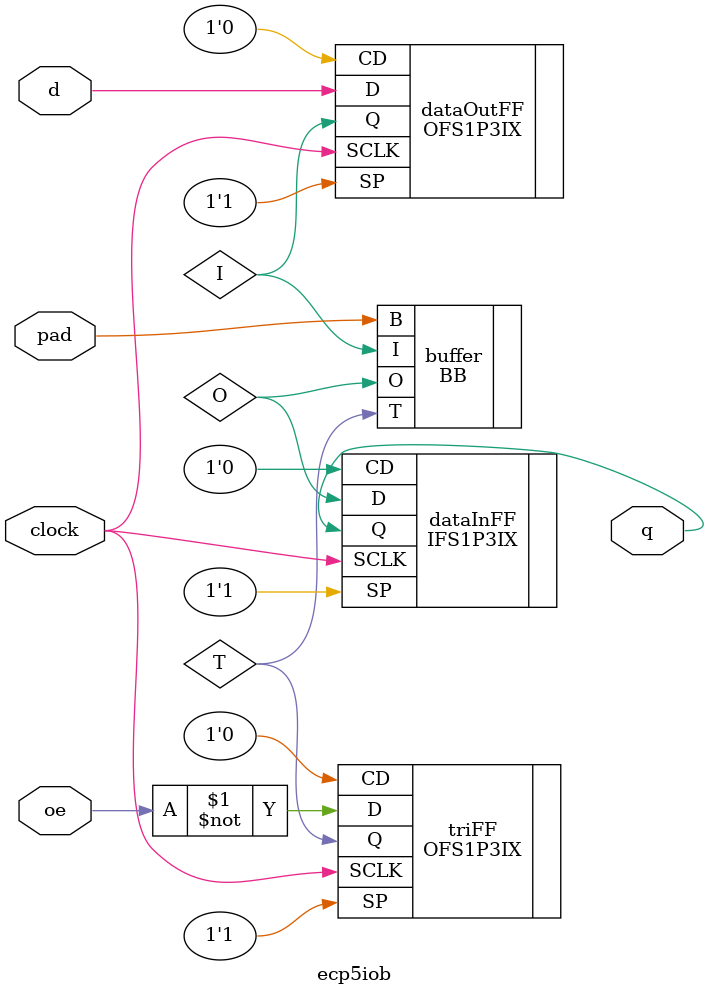
<source format=v>
module sdramController #( parameter [31:0] baseAddress = 32'h00000000,
                          parameter        systemClockInHz = 40000000 ) // supports up to 100MHz
                       ( input wire         clock,
                                            clockX2,
                                            reset,
                         input wire [5:0]   memoryDistanceIn,
                         output wire        sdramInitBusy,
                         input wire [1:0]   sdramDelay,
                         
                         // here the bus interface is defined
                         input wire         beginTransactionIn,
                                            endTransactionIn,
                                            readNotWriteIn,
                                            dataValidIn,
                                            busErrorIn,
                                            busyIn,
                         input wire [31:0]  addressDataIn,
                         input wire [3:0]   byteEnablesIn,
                         input wire [7:0]   burstSizeIn,
                         output wire        endTransactionOut,
                                            dataValidOut,
                                            busyOut,
                         output reg         busErrorOut,
                         output wire [31:0] addressDataOut,
                         
                         // here the off-chip signals are defined
                         output wire        sdramClk,
                         output wire        sdramCke,
                                            sdramCsN,
                                            sdramRasN,
                                            sdramCasN,
                                            sdramWeN,
                         output wire [1:0]  sdramDqmN,
                                            sdramBa,
                         output wire [12:0] sdramAddr,
                         inout wire [15:0]  sdramData);

  localparam [5:0] RESET_STATE = 6'd0, WAIT_100_MICRO = 6'd1, DO_PRECHARGE = 6'd2, WAIT_PRECHARGE = 6'd3, DO_AUTO_REFRESH1 = 6'd4, WAIT_AUTO_REFRESH1 = 6'd5;
  localparam [5:0] DO_AUTO_REFRESH2 = 6'd6, WAIT_AUTO_REFRESH2 = 6'd7, SET_MODE_REG = 6'd8, WAIT_MODE_REG = 6'd9, SET_EXTENDED_MODE_REG = 6'd10, WAIT_EXTENDED_MODE_REG = 6'd11;
  localparam [5:0] IDLE = 6'd12, DO_AUTO_REFRESH = 6'd13, WAIT_AUTO_REFRESH = 6'd14, INIT_READ_WRITE = 6'd15, INIT_READ_BURST1 = 6'd16, WAIT_READ_BURST1 = 6'd17, INIT_READ_BURST2 = 6'd18;
  localparam [5:0] WAIT_READ_BURST2 = 6'd19, WAIT_READ_BURST3 = 6'd20, DO_READ = 6'd21, END_READ_TRANSACTION = 6'd22, INIT_WORD_WRITE = 6'd23, WRITE_PRECHARGE = 6'd24, WRITE_LO = 6'd25;
  localparam [5:0] WAIT_WRITE_LO = 6'd26, WRITE_HI = 6'd27, WAIT_WRITE_PRECHARGE = 6'd28, WAIT_READ_BURST4 = 6'd29, WAIT_WRITE_HI = 6'd30, SECOND_BURST = 6'd31,
  WAIT_READ_BURST5 = 6'd32;
  
  localparam [14:0] MODE_REG_VALUE = 15'b000001000110111, EXTENDED_MODE_REG_VALUE = 15'b100000001000000;
  localparam [13:0] HUNDERT_MICRO_COUNT = (systemClockInHz / 10000) - 1;
  localparam SYSTEMCLOCK_IN_MHZ =  systemClockInHz/1000000;
  localparam [13:0] AUTO_REFRESH_DELAY_COUNT  = (80 * SYSTEMCLOCK_IN_MHZ)/1000;
  localparam [13:0] AUTO_REFRESH_PERIOD = ((78125 * SYSTEMCLOCK_IN_MHZ) / 1000) - 1;

  reg [5:0] s_sdramCurrentState, s_sdramNextState;
  reg       s_sdramClkReg;
  reg       s_sdramDataValidReg;
  reg       s_writeDoneReg;
  reg [1:0] s_delayedWriteDoneReg;
  reg [9:0] s_distanceDelayCounterReg;
  wire      s_distanceDelayCounterisZero = s_distanceDelayCounterReg == 10'd0 ? 1'b1 : 1'b0;
  
  /*
   *
   * Here we define the bus interface
   *
   */
  reg s_beginTransactionReg, s_readNotWriteReg, s_transactionActiveReg, s_dataInValidReg;
  reg [1:0]   s_busErrorShiftReg, s_dataOutValidReg;
  reg         s_endTransactionPendingReg, s_endTransactionReg;
  reg         s_readPendingReg;
  reg [3:0]   s_byteEnablesReg;
  reg [31:0]  s_busAddressReg, s_busDataReg, s_dataOutReg;
  reg [7:0]   s_burstSizeReg;
  reg [8:0]   s_writeCountReg;
  wire [31:0] s_readDataOut, s_readData;
  wire        s_readFifoEmpty, s_readFifoFull;
  wire        s_isMyTransaction = (s_busAddressReg[31:25] == baseAddress[31:25]) ? s_transactionActiveReg : 1'b0;
  wire        s_readActive      = s_isMyTransaction & s_readNotWriteReg;
  wire        s_busy            = (s_isMyTransaction == 1'b1 && s_writeDoneReg == 1'b0 && s_readNotWriteReg == 1'b0) ? dataValidIn : 1'b0;
  wire        s_clearReadFifo   = (~s_busErrorShiftReg[1]&s_busErrorShiftReg[0]) | (s_isMyTransaction & s_beginTransactionReg);
  wire        s_readPop         = (s_distanceDelayCounterisZero == 1'b1) ? s_readActive & ~s_readFifoEmpty & ~busyIn : 1'b0;
  wire        s_endTransactionNext = (s_isMyTransaction & busErrorIn == 1'b1) | (s_endTransactionPendingReg & s_readFifoEmpty & ~s_dataOutValidReg[0]);
  wire [8:0]  s_writeCountNext     = (s_isMyTransaction == 1'b0) ? 9'h100 :
                                     (s_isMyTransaction == 1'b1 && s_beginTransactionReg == 1'b1 && s_readNotWriteReg == 1'b0) ? {1'b0,s_burstSizeReg} :
                                     (s_sdramCurrentState == WRITE_PRECHARGE && s_readNotWriteReg == 1'b0) ? s_writeCountReg - 9'd1 : s_writeCountReg;
  reg         s_readPush, s_initBusyReg;
  wire        s_requiresTwoBursts;
  
  assign dataValidOut      = s_dataOutValidReg[1];
  assign addressDataOut    = s_dataOutReg;
  assign endTransactionOut = s_endTransactionReg;
  assign sdramInitBusy     = s_initBusyReg;
  assign busyOut           = s_busy;
  
  always @(posedge clock)
    begin
      s_initBusyReg              <= (reset == 1'b1) ? 1'b1 : (s_sdramCurrentState == IDLE) ? 1'b0 : s_initBusyReg;
      s_endTransactionPendingReg <= (reset == 1'b1 || s_endTransactionNext == 1'b1) ? 1'b0 : (s_sdramCurrentState == END_READ_TRANSACTION) ? 1'b1 : s_endTransactionPendingReg;
      s_endTransactionReg        <= s_endTransactionNext & ~reset;
      s_beginTransactionReg      <= beginTransactionIn;
      s_busErrorShiftReg         <= {s_busErrorShiftReg[0], (s_isMyTransaction & busErrorIn)};
      s_transactionActiveReg     <= (reset == 1'b1 || endTransactionIn == 1'b1) ? 1'b0 : (beginTransactionIn == 1'b1) ? 1'b1 : s_transactionActiveReg;
      s_readNotWriteReg          <= (beginTransactionIn == 1'b1) ? readNotWriteIn : s_readNotWriteReg;
      s_byteEnablesReg           <= (beginTransactionIn == 1'b1) ? byteEnablesIn : s_byteEnablesReg;
      s_busAddressReg            <= (beginTransactionIn == 1'b1) ? addressDataIn : s_busAddressReg;
      s_burstSizeReg             <= (beginTransactionIn == 1'b1) ? burstSizeIn : s_burstSizeReg;
      s_dataInValidReg           <= (s_isMyTransaction == 1'b1 && ~(s_delayedWriteDoneReg[0] == 1'b1 || s_sdramCurrentState == WRITE_PRECHARGE) && 
                                     s_readNotWriteReg == 1'b0 && s_writeCountReg[8] == 1'b0) ? dataValidIn : 1'b0;
      s_busDataReg               <= (dataValidIn == 1'b1) ? addressDataIn : s_busDataReg;
      s_writeCountReg            <= s_writeCountNext;
      busErrorOut                <= (reset == 1'b1 || s_isMyTransaction == 1'b0) ? 1'b0 : s_readFifoFull;
      s_dataOutValidReg[0]       <= (busyIn == 1'b1) ? s_dataOutValidReg[0] : s_readPop;
      s_dataOutValidReg[1]       <= (reset == 1'b1) ? 1'b0 : (busyIn == 1'b0) ? s_dataOutValidReg[0] : s_dataOutValidReg[1];
      s_dataOutReg               <= (reset == 1'b1) ? 32'd0 : (busyIn == 1'b1) ? s_dataOutReg : s_dataOutValidReg[0] == 1'b1 ? s_readDataOut : 32'd0;
      s_readPendingReg           <= (reset == 1'b1 || s_sdramCurrentState == SECOND_BURST || (s_sdramCurrentState == INIT_READ_WRITE && s_requiresTwoBursts == 1'd0)) ? 1'b0 :
                                    (s_beginTransactionReg == 1'b1 && s_isMyTransaction == 1'b1 && s_readNotWriteReg == 1'b1) ? 1'b1 : s_readPendingReg;
    end
  
  sdramFifo buffer ( .clock(clock),
                     .reset(reset),
                     .clearReadFifo(s_clearReadFifo),
                     .readPush(s_readPush),
                     .readPop(s_readPop),
                     .readEmpty(s_readFifoEmpty),
                     .readFull(s_readFifoFull),
                     .readDataIn(s_readData),
                     .readDataOut(s_readDataOut));
  /*
   *
   * Here we define some read control signals
   *
   */
  wire [8:0] s_nrOfWordsLeft = 9'd256 - {1'b0,s_busAddressReg[9:2]};
  wire [8:0] s_realBurstSize = {1'd0,s_burstSizeReg} + 9'd1;
  wire [8:0] s_burstSize1 = (s_requiresTwoBursts == 1'b1) ? s_nrOfWordsLeft - 9'd1 : s_realBurstSize - 9'd1;
  wire [8:0] s_burstSize2 = (s_requiresTwoBursts == 1'b1) ? s_realBurstSize - s_nrOfWordsLeft - 9'd1 : 9'd0;
  
  assign s_requiresTwoBursts = (s_realBurstSize > s_nrOfWordsLeft) ? 1'b1 : 1'b0;
  /*
   *
   * Here we define the memory distance
   *
   */
  wire [5:0] s_correctedMemoryDistanceIn = (memoryDistanceIn < 6'd2) ? 6'd0 : (memoryDistanceIn == 6'd2) ? 6'd3 : memoryDistanceIn - 6'd1; // dirty bug fix
  wire [9:0] s_distanceDelayCounterNext = (s_beginTransactionReg == 1'b1 && s_isMyTransaction == 1'b1) ? {4'd0,s_correctedMemoryDistanceIn} + {3'd0,memoryDistanceIn, 1'b0} + {2'd0,memoryDistanceIn, 2'd0} :
                                          (s_readPop == 1'b1) ? {4'd0,memoryDistanceIn} :
                                          (s_distanceDelayCounterReg != 10'd0) ? s_distanceDelayCounterReg - 10'd1 : s_distanceDelayCounterReg;
  
  
  always @(posedge clock) 
    begin
      s_writeDoneReg = (reset == 1'b1) ? 1'b0 : (s_distanceDelayCounterisZero == 1'b1 && s_sdramCurrentState == WRITE_PRECHARGE) ? 1'b1 : s_delayedWriteDoneReg[1] & ~s_delayedWriteDoneReg[0];
      s_distanceDelayCounterReg <= (reset == 1'b1) ? 10'd0 : s_distanceDelayCounterNext;
      s_delayedWriteDoneReg[0]  <= (reset == 1'b1 || s_distanceDelayCounterReg == 10'd1 || s_distanceDelayCounterReg == 10'd0) ? 1'b0 :
                                   (s_sdramCurrentState == WRITE_PRECHARGE) ? 1'b1 : s_delayedWriteDoneReg[0];
      s_delayedWriteDoneReg[1]  <= s_delayedWriteDoneReg[0];
    end


  /*
   *
   * Here we define the row and column address
   *
   */
  reg [8:0]   s_columnAddressReg;
  reg [14:0]  s_rowAddressReg;
  wire [8:0]  s_columnAddressNext = (s_beginTransactionReg == 1'b1 && s_isMyTransaction == 1'b1 && s_sdramClkReg == 1'b1) ? {s_busAddressReg[9:2],1'b0} :
                                    ((s_sdramCurrentState == WAIT_WRITE_LO || s_sdramCurrentState == WAIT_WRITE_HI || s_sdramDataValidReg == 1'b1) && s_sdramClkReg == 1'b1) ? s_columnAddressReg + 9'd1 : 
                                    s_columnAddressReg;
  wire [14:0] s_rowAddressNext = (s_beginTransactionReg == 1'b1 && s_isMyTransaction == 1'b1 && s_sdramClkReg == 1'b1) ? s_busAddressReg[24:10] : 
                                 ((s_sdramCurrentState == WAIT_WRITE_LO || s_sdramCurrentState == WAIT_WRITE_HI || s_sdramDataValidReg == 1'b1) && 
                                  s_sdramClkReg == 1'b1 && s_columnAddressReg == 9'b111111111) ? s_rowAddressReg + 9'd1 : s_rowAddressReg;
  
  always @(posedge clockX2)
    begin
      s_columnAddressReg <= s_columnAddressNext;
      s_rowAddressReg    <= s_rowAddressNext;
    end

  /*
   *
   * Here we define the state machine and the required counters for refresh and wait
   *
   */
  reg [13:0]  s_counterValue, s_refreshCounter;
  wire        s_shortCountIsZero;
  wire        s_loadCounter = (s_sdramCurrentState == RESET_STATE ||
                               s_sdramCurrentState == DO_AUTO_REFRESH ||
                               s_sdramCurrentState == DO_AUTO_REFRESH1 ||
                               s_sdramCurrentState == DO_AUTO_REFRESH2 ) ? 1'b1 : 1'b0;
  wire        s_counterIsZero = (s_counterValue == 14'd0) ? 1'b1 : 1'b0;
  wire [13:0] s_nextCounterValue = (s_loadCounter == 1'b1 && s_sdramCurrentState == RESET_STATE) ? HUNDERT_MICRO_COUNT :
                                   (s_loadCounter == 1'b1) ? AUTO_REFRESH_DELAY_COUNT : 
                                   (s_counterIsZero == 1'b1) ? s_counterValue : s_counterValue - 13'd1;
  wire        s_refreshCounterZero = (s_refreshCounter == 14'd0) ? 1'd1 : 1'd0;
  wire [13:0] s_nextRefreshCounterValue = (s_sdramCurrentState == DO_AUTO_REFRESH || s_sdramCurrentState == DO_AUTO_REFRESH2) ? AUTO_REFRESH_PERIOD :
                                          (s_refreshCounterZero == 1'b1) ? s_refreshCounter : s_refreshCounter - 14'd1;

  always @*
    case (s_sdramCurrentState)
      RESET_STATE            : s_sdramNextState <= WAIT_100_MICRO;
      WAIT_100_MICRO         : s_sdramNextState <= (s_counterIsZero == 1'b1) ? DO_PRECHARGE : WAIT_100_MICRO;
      DO_PRECHARGE           : s_sdramNextState <= WAIT_PRECHARGE;
      WAIT_PRECHARGE         : s_sdramNextState <= DO_AUTO_REFRESH1;
      DO_AUTO_REFRESH        : s_sdramNextState <= WAIT_AUTO_REFRESH;
      WAIT_AUTO_REFRESH      : s_sdramNextState <= (s_counterIsZero == 1'b1) ? IDLE : WAIT_AUTO_REFRESH;
      DO_AUTO_REFRESH1       : s_sdramNextState <= WAIT_AUTO_REFRESH1;
      WAIT_AUTO_REFRESH1     : s_sdramNextState <= (s_counterIsZero == 1'b1) ? DO_AUTO_REFRESH2 : WAIT_AUTO_REFRESH1;
      DO_AUTO_REFRESH2       : s_sdramNextState <= WAIT_AUTO_REFRESH2;
      WAIT_AUTO_REFRESH2     : s_sdramNextState <= (s_counterIsZero == 1'b1) ? SET_MODE_REG : WAIT_AUTO_REFRESH2;
      SET_MODE_REG           : s_sdramNextState <= WAIT_MODE_REG;
      WAIT_MODE_REG          : s_sdramNextState <= SET_EXTENDED_MODE_REG;
      SET_EXTENDED_MODE_REG  : s_sdramNextState <= WAIT_EXTENDED_MODE_REG;
      IDLE                   : s_sdramNextState <= (s_refreshCounterZero == 1'd1) ? DO_AUTO_REFRESH : 
                                                   (s_dataInValidReg == 1'b1 || s_readPendingReg == 1'd1) ? INIT_READ_WRITE : IDLE;
      INIT_READ_WRITE        : s_sdramNextState <= INIT_READ_BURST1;
      INIT_READ_BURST1       : s_sdramNextState <= (s_dataInValidReg == 1'b1) ? INIT_WORD_WRITE : WAIT_READ_BURST1;
      WAIT_READ_BURST1       : s_sdramNextState <= INIT_READ_BURST2;
      INIT_READ_BURST2       : s_sdramNextState <= WAIT_READ_BURST2;
      WAIT_READ_BURST2       : s_sdramNextState <= WAIT_READ_BURST3;
      WAIT_READ_BURST3       : s_sdramNextState <= WAIT_READ_BURST4;
      WAIT_READ_BURST4       : s_sdramNextState <= (sdramDelay[1] == 1'b1) ? WAIT_READ_BURST5 : DO_READ;
      WAIT_READ_BURST5       : s_sdramNextState <= DO_READ;
      DO_READ                : s_sdramNextState <= (s_shortCountIsZero == 1'b0) ? DO_READ :
                                                   (s_readPendingReg == 1'b1 && s_requiresTwoBursts == 1'b1) ? WRITE_PRECHARGE : END_READ_TRANSACTION;
      END_READ_TRANSACTION   : s_sdramNextState <= WRITE_PRECHARGE;
      WRITE_PRECHARGE        : s_sdramNextState <= WAIT_WRITE_PRECHARGE;
      WAIT_WRITE_PRECHARGE   : s_sdramNextState <= (s_readPendingReg == 1'b1 && s_requiresTwoBursts == 1'b1) ? SECOND_BURST : IDLE;
      SECOND_BURST           : s_sdramNextState <= INIT_READ_WRITE;
      INIT_WORD_WRITE        : s_sdramNextState <= (s_byteEnablesReg[1:0] == 2'd0) ? WAIT_WRITE_LO : WRITE_LO;
      WRITE_LO               : s_sdramNextState <= WAIT_WRITE_LO;
      WAIT_WRITE_LO          : s_sdramNextState <= (s_byteEnablesReg[3:2] == 2'd0) ? WRITE_PRECHARGE : WRITE_HI;
      WRITE_HI               : s_sdramNextState <= WAIT_WRITE_HI;
      WAIT_WRITE_HI          : s_sdramNextState <= WRITE_PRECHARGE;
      default                : s_sdramNextState <= IDLE;
    endcase
  
  always @(posedge clock)
    begin
      s_counterValue       <= s_nextCounterValue;
      s_refreshCounter     <= s_nextRefreshCounterValue;
    end
  
  always @(posedge clockX2) s_sdramCurrentState  <= (reset == 1'b1) ? RESET_STATE : (s_sdramClkReg == 1'b1) ? s_sdramNextState : s_sdramCurrentState;

  /*
   *
   * Here we define the "short (16-bit word)" counter
   *
   */
  reg [8:0] s_shortCountReg;
  wire s_sheduleReadAbort = (s_shortCountReg == 9'd1 && s_sdramCurrentState == DO_READ && s_burstSizeReg != 8'hFF) ? 1'b1 : 1'b0;
  assign s_shortCountIsZero = (s_shortCountReg == 9'd0) ? 1'b1 : 1'b0;
  wire [8:0] s_shortCountNext = (s_sdramCurrentState == INIT_READ_BURST2 && (s_readPendingReg == 1'b1 || s_requiresTwoBursts == 1'b0)) ? {s_burstSize1[7:0],1'b1} : 
                                (s_sdramCurrentState == INIT_READ_BURST2) ? {s_burstSize2[7:0],1'b1} : 
                                (s_sdramDataValidReg == 1'b1 && s_shortCountIsZero == 1'b0) ? s_shortCountReg - 9'd1 : s_shortCountReg;
  
  always @(posedge clockX2) s_shortCountReg <= (reset == 1'b1) ? 9'd0 : (s_sdramClkReg == 1'b1) ? s_shortCountNext : s_shortCountReg;
 
  /*
   *
   * Here we define the sdram interface
   *
   */
  
  reg [15:0] s_sdramDataReg, s_wordLoReg, s_wordHiReg, s_sdramDataOutReg;
  reg [32:0] s_dataToRamReg;
  reg  s_sdramEnableDataOutReg, s_sdramCkeReg, s_sdramCsNReg, s_sdramRasNReg, s_sdramCasNReg, s_sdramWeNReg;
  reg [1:0] s_sdramDqmNReg, s_sdramBaReg;
  reg [12:0] s_sdramAddrReg;
  wire s_nCs    = (s_sdramCurrentState == RESET_STATE || s_sdramCurrentState == WAIT_100_MICRO) ? 1'b1 : 1'b0;
  wire s_nRas   = (s_sdramCurrentState == DO_PRECHARGE ||
                   s_sdramCurrentState == WRITE_PRECHARGE ||
                   s_sdramCurrentState == DO_AUTO_REFRESH ||
                   s_sdramCurrentState == DO_AUTO_REFRESH1 ||
                   s_sdramCurrentState == DO_AUTO_REFRESH2 ||
                   s_sdramCurrentState == SET_MODE_REG ||
                   s_sdramCurrentState == SET_EXTENDED_MODE_REG ||
                   s_sdramCurrentState == INIT_READ_BURST1) ? 1'b0 : 1'b1;
  wire s_nCas   = (s_sdramCurrentState == DO_AUTO_REFRESH ||
                   s_sdramCurrentState == DO_AUTO_REFRESH1 ||
                   s_sdramCurrentState == DO_AUTO_REFRESH2 ||
                   s_sdramCurrentState == SET_MODE_REG ||
                   s_sdramCurrentState == SET_EXTENDED_MODE_REG ||
                   s_sdramCurrentState == INIT_READ_BURST2 ||
                   s_sdramCurrentState == WRITE_LO ||
                   s_sdramCurrentState == WRITE_HI) ? 1'b0 : 1'b1;
  wire s_nWe    = (s_sdramCurrentState == DO_PRECHARGE ||
                   s_sdramCurrentState == WRITE_PRECHARGE ||
                   s_sdramCurrentState == SET_MODE_REG ||
                   s_sdramCurrentState == SET_EXTENDED_MODE_REG ||
                   s_sdramCurrentState == WRITE_LO ||
                   s_sdramCurrentState == WRITE_HI ||
                   s_sheduleReadAbort == 1'b1) ? 1'b0 : 1'b1;
  wire [1:0] s_bA  = (s_sdramCurrentState == SET_MODE_REG) ? MODE_REG_VALUE[14:13] :
                     (s_sdramCurrentState == SET_EXTENDED_MODE_REG) ? EXTENDED_MODE_REG_VALUE[14:13] :
                     (s_sdramCurrentState == INIT_READ_BURST1 ||
                      s_sdramCurrentState == INIT_READ_BURST2 ||
                      s_sdramCurrentState == WRITE_LO ||
                      s_sdramCurrentState == WRITE_HI) ? s_rowAddressReg[14:13] : 2'd0;
  wire [1:0] s_bS  = (s_sdramCurrentState == WRITE_LO) ? s_byteEnablesReg[1:0] :
                     (s_sdramCurrentState == WRITE_HI) ? s_byteEnablesReg[3:2] : 2'b11;
  wire [12:0] s_address = (s_sdramCurrentState == DO_PRECHARGE ||
                           s_sdramCurrentState == WRITE_PRECHARGE ) ? 13'b0010000000000 :
                          (s_sdramCurrentState == SET_MODE_REG) ? MODE_REG_VALUE[12:0] :
                          (s_sdramCurrentState == SET_EXTENDED_MODE_REG) ? EXTENDED_MODE_REG_VALUE[12:0] :
                          (s_sdramCurrentState == INIT_READ_BURST1) ? s_rowAddressReg[12:0] :
                          (s_sdramCurrentState == INIT_READ_BURST2 ||
                           s_sdramCurrentState == WRITE_LO ||
                           s_sdramCurrentState == WRITE_HI) ? {4'd0,s_columnAddressReg} : 13'd0;
  wire [15:0] s_sdramDataOut = (s_sdramCurrentState == WRITE_HI) ? s_dataToRamReg[31:16] : s_dataToRamReg[15:0];
  wire        s_sdramDataOutValid = (s_sdramCurrentState == WRITE_LO || s_sdramCurrentState == WRITE_HI) ? 1'b1 : 1'b0;
  
  assign s_readData = {s_wordHiReg,s_wordLoReg};
`ifdef GECKO5Education
  wire [15:0] s_sdramDataIn;
  genvar i;
  generate
    for (i = 0 ; i < 16 ; i = i + 1)
      ecp5iob iopad
        (.clock(clockX2),
         .oe(s_sdramEnableDataOutReg),
         .d(s_sdramDataOutReg[i]),
         .q(s_sdramDataIn[i]),
         .pad(sdramData[i]));
  endgenerate
  OFS1P3IX clockff
    (.CD(1'd0),
     .D(s_sdramClkReg),
     .SP(1'b1),
     .SCLK(clockX2),
     .Q(sdramClk));
  OFS1P3IX ckeff
    (.CD(1'd0),
     .D(s_sdramCkeReg),
     .SP(1'b1),
     .SCLK(clockX2),
     .Q(sdramCke));
  OFS1P3IX csNff
    (.CD(1'd0),
     .D(s_sdramCsNReg),
     .SP(1'b1),
     .SCLK(clockX2),
     .Q(sdramCsN));
  OFS1P3IX rasNff
    (.CD(1'd0),
     .D(s_sdramRasNReg),
     .SP(1'b1),
     .SCLK(clockX2),
     .Q(sdramRasN));
  OFS1P3IX casNff
    (.CD(1'd0),
     .D(s_sdramCasNReg),
     .SP(1'b1),
     .SCLK(clockX2),
     .Q(sdramCasN));
  OFS1P3IX weNff
    (.CD(1'd0),
     .D(s_sdramWeNReg),
     .SP(1'b1),
     .SCLK(clockX2),
     .Q(sdramWeN));
  generate
    for (i = 0 ; i < 2 ; i = i + 1)
      begin
        OFS1P3IX dqmNff
          (.CD(1'd0),
           .D(s_sdramDqmNReg[i]),
           .SP(1'b1),
           .SCLK(clockX2),
           .Q(sdramDqmN[i]));
        OFS1P3IX baff
          (.CD(1'd0),
           .D(s_sdramBaReg[i]),
           .SP(1'b1),
           .SCLK(clockX2),
           .Q(sdramBa[i]));
      end
  endgenerate

  generate
    for (i = 0 ; i < 13 ; i = i + 1)
      OFS1P3IX dqmNff
        (.CD(1'd0),
         .D(s_sdramAddrReg[i]),
         .SP(1'b1),
         .SCLK(clockX2),
         .Q(sdramAddr[i]));
  endgenerate
`else
  assign sdramData = (s_sdramEnableDataOutReg == 1'b1) ? s_sdramDataOutReg : {16{1'bZ}};
  assign sdramClk = s_sdramClkReg;
  assign sdramCke = s_sdramCkeReg;
  assign sdramCsN = s_sdramCsNReg;
  assign sdramRasN = s_sdramRasNReg;
  assign sdramCasN = s_sdramCasNReg;
  assign sdramWeN  = s_sdramWeNReg;
  assign sdramDqmN = s_sdramDqmNReg;
  assign sdramBa   = s_sdramBaReg;
  assign sdramAddr = s_sdramAddrReg;
`endif
  
  always @(posedge clock)
    begin
      s_wordLoReg            <= (s_sdramDataValidReg == 1'b1 && s_shortCountReg[0] == 1'b1) ? s_sdramDataReg : s_wordLoReg;
      s_wordHiReg            <= (s_sdramDataValidReg == 1'b1 && s_shortCountReg[0] == 1'b0) ? s_sdramDataReg : s_wordHiReg;
      s_readPush             <= (reset == 1'd1) ? 1'b0 : s_sdramDataValidReg & ~s_shortCountReg[0];
    end
  
  always @(posedge clockX2)
    begin
      s_sdramClkReg       <= (reset == 1'b1) ? 1'b1 : ~s_sdramClkReg;
      s_sdramCkeReg       <= ~reset;
`ifdef GECKO5Education
      s_sdramDataReg      <= (s_sdramCurrentState == DO_READ && s_sdramClkReg == sdramDelay[0]) ? s_sdramDataIn : s_sdramDataReg;
`else
      s_sdramDataReg      <= (s_sdramCurrentState == DO_READ && s_sdramClkReg == 1'b1) ? sdramData : s_sdramDataReg;
`endif
      s_sdramDataValidReg <= (reset == 1'b1) ? 1'b0 : (s_sdramCurrentState == DO_READ && s_sdramClkReg == 1'b1) ? ~s_shortCountIsZero : (s_sdramClkReg == 1'b1) ? 1'b0 : s_sdramDataValidReg;
      s_dataToRamReg      <= (reset == 1'b1) ? 32'd0 : (s_sdramCurrentState == INIT_WORD_WRITE && s_sdramClkReg == 1'b1) ? s_busDataReg : s_dataToRamReg;
      if (reset == 1'b1)
        begin
          s_sdramCsNReg           <= 1'b1;
          s_sdramRasNReg          <= 1'b1;
          s_sdramCasNReg          <= 1'b1;
          s_sdramWeNReg           <= 1'b1;
          s_sdramBaReg            <= 2'd0;
          s_sdramDqmNReg          <= 2'd0;
          s_sdramAddrReg          <= 13'd0;
          s_sdramEnableDataOutReg <= 1'd0;
        end
      else if (s_sdramClkReg == 1'b1)
        begin
          s_sdramCsNReg           <= s_nCs;
          s_sdramRasNReg          <= s_nRas;
          s_sdramCasNReg          <= s_nCas;
          s_sdramWeNReg           <= s_nWe;
          s_sdramBaReg            <= s_bA;
          s_sdramDqmNReg          <= ~s_bS;
          s_sdramAddrReg          <= s_address;
          s_sdramEnableDataOutReg <= s_sdramDataOutValid;
          s_sdramDataOutReg       <= s_sdramDataOut;
        end
    end
endmodule

module ecp5iob (
   input wire  clock,
               oe,
               d,
   output wire q,
   inout wire pad);

   wire T,I,O;
   
   OFS1P3IX triFF
     (.CD(1'b0),
      .D(~oe),
      .SP(1'b1),
      .SCLK(clock),
      .Q(T));
   BB buffer (.T(T),.I(I),.O(O),.B(pad));
   OFS1P3IX dataOutFF
     (.CD(1'b0),
      .D(d),
      .SP(1'b1),
      .SCLK(clock),
      .Q(I));
   IFS1P3IX dataInFF
     (.CD(1'b0),
      .D(O),
      .SP(1'b1),
      .SCLK(clock),
      .Q(q));
   
endmodule

</source>
